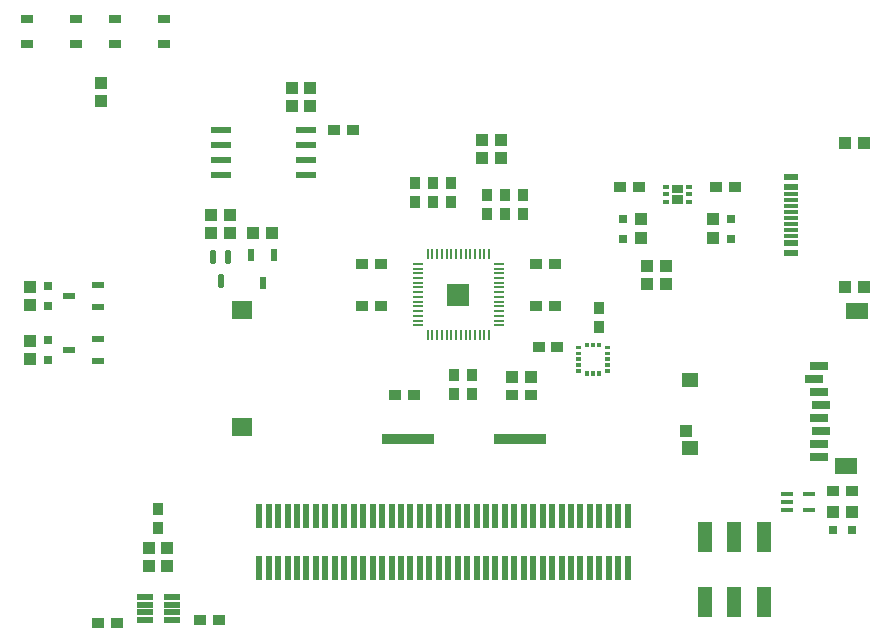
<source format=gtp>
G04*
G04 #@! TF.GenerationSoftware,Altium Limited,Altium Designer,24.2.2 (26)*
G04*
G04 Layer_Color=8421504*
%FSLAX44Y44*%
%MOMM*%
G71*
G04*
G04 #@! TF.SameCoordinates,F7EBB540-B4CE-4F1F-BB4A-EDFB59B12267*
G04*
G04*
G04 #@! TF.FilePolarity,Positive*
G04*
G01*
G75*
%ADD15R,1.1500X0.6000*%
%ADD16R,1.1500X0.3000*%
%ADD17R,1.0000X1.0500*%
%ADD18R,1.0500X1.0000*%
%ADD19R,1.7000X1.5000*%
%ADD20R,0.6000X1.0000*%
%ADD21R,1.1176X0.3556*%
%ADD22R,1.0000X0.9500*%
%ADD23R,0.8000X0.8000*%
%ADD24R,1.9000X1.4000*%
%ADD25R,1.4000X1.2000*%
%ADD26R,1.0400X1.0000*%
%ADD27R,1.5000X0.8000*%
%ADD28R,1.4000X1.3000*%
%ADD29R,4.4480X0.9682*%
%ADD30R,0.9500X1.0000*%
G04:AMPARAMS|DCode=31|XSize=1.15mm|YSize=0.5mm|CornerRadius=0.0625mm|HoleSize=0mm|Usage=FLASHONLY|Rotation=270.000|XOffset=0mm|YOffset=0mm|HoleType=Round|Shape=RoundedRectangle|*
%AMROUNDEDRECTD31*
21,1,1.1500,0.3750,0,0,270.0*
21,1,1.0250,0.5000,0,0,270.0*
1,1,0.1250,-0.1875,-0.5125*
1,1,0.1250,-0.1875,0.5125*
1,1,0.1250,0.1875,0.5125*
1,1,0.1250,0.1875,-0.5125*
%
%ADD31ROUNDEDRECTD31*%
G04:AMPARAMS|DCode=32|XSize=1.37mm|YSize=0.48mm|CornerRadius=0.024mm|HoleSize=0mm|Usage=FLASHONLY|Rotation=0.000|XOffset=0mm|YOffset=0mm|HoleType=Round|Shape=RoundedRectangle|*
%AMROUNDEDRECTD32*
21,1,1.3700,0.4320,0,0,0.0*
21,1,1.3220,0.4800,0,0,0.0*
1,1,0.0480,0.6610,-0.2160*
1,1,0.0480,-0.6610,-0.2160*
1,1,0.0480,-0.6610,0.2160*
1,1,0.0480,0.6610,0.2160*
%
%ADD32ROUNDEDRECTD32*%
%ADD33R,1.2000X2.5000*%
%ADD34R,0.8000X0.8000*%
G04:AMPARAMS|DCode=35|XSize=0.45mm|YSize=0.3mm|CornerRadius=0.0075mm|HoleSize=0mm|Usage=FLASHONLY|Rotation=0.000|XOffset=0mm|YOffset=0mm|HoleType=Round|Shape=RoundedRectangle|*
%AMROUNDEDRECTD35*
21,1,0.4500,0.2850,0,0,0.0*
21,1,0.4350,0.3000,0,0,0.0*
1,1,0.0150,0.2175,-0.1425*
1,1,0.0150,-0.2175,-0.1425*
1,1,0.0150,-0.2175,0.1425*
1,1,0.0150,0.2175,0.1425*
%
%ADD35ROUNDEDRECTD35*%
%ADD36R,1.0500X0.6500*%
%ADD37R,1.9600X1.9600*%
G04:AMPARAMS|DCode=38|XSize=0.84mm|YSize=0.2mm|CornerRadius=0.025mm|HoleSize=0mm|Usage=FLASHONLY|Rotation=0.000|XOffset=0mm|YOffset=0mm|HoleType=Round|Shape=RoundedRectangle|*
%AMROUNDEDRECTD38*
21,1,0.8400,0.1500,0,0,0.0*
21,1,0.7900,0.2000,0,0,0.0*
1,1,0.0500,0.3950,-0.0750*
1,1,0.0500,-0.3950,-0.0750*
1,1,0.0500,-0.3950,0.0750*
1,1,0.0500,0.3950,0.0750*
%
%ADD38ROUNDEDRECTD38*%
G04:AMPARAMS|DCode=39|XSize=0.2mm|YSize=0.84mm|CornerRadius=0.025mm|HoleSize=0mm|Usage=FLASHONLY|Rotation=0.000|XOffset=0mm|YOffset=0mm|HoleType=Round|Shape=RoundedRectangle|*
%AMROUNDEDRECTD39*
21,1,0.2000,0.7900,0,0,0.0*
21,1,0.1500,0.8400,0,0,0.0*
1,1,0.0500,0.0750,-0.3950*
1,1,0.0500,-0.0750,-0.3950*
1,1,0.0500,-0.0750,0.3950*
1,1,0.0500,0.0750,0.3950*
%
%ADD39ROUNDEDRECTD39*%
G04:AMPARAMS|DCode=40|XSize=1.61mm|YSize=0.58mm|CornerRadius=0.0725mm|HoleSize=0mm|Usage=FLASHONLY|Rotation=0.000|XOffset=0mm|YOffset=0mm|HoleType=Round|Shape=RoundedRectangle|*
%AMROUNDEDRECTD40*
21,1,1.6100,0.4350,0,0,0.0*
21,1,1.4650,0.5800,0,0,0.0*
1,1,0.1450,0.7325,-0.2175*
1,1,0.1450,-0.7325,-0.2175*
1,1,0.1450,-0.7325,0.2175*
1,1,0.1450,0.7325,0.2175*
%
%ADD40ROUNDEDRECTD40*%
%ADD41R,1.0000X0.6000*%
%ADD42R,0.5000X2.0000*%
G36*
X446300Y194260D02*
X442700D01*
Y197060D01*
X446300D01*
Y194260D01*
D02*
G37*
G36*
X453150Y191610D02*
X450350D01*
Y195210D01*
X453150D01*
Y191610D01*
D02*
G37*
G36*
X446300Y199260D02*
X442700D01*
Y202060D01*
X446300D01*
Y199260D01*
D02*
G37*
G36*
Y204260D02*
X442700D01*
Y207060D01*
X446300D01*
Y204260D01*
D02*
G37*
G36*
X458150Y191610D02*
X455350D01*
Y195210D01*
X458150D01*
Y191610D01*
D02*
G37*
G36*
X463150D02*
X460350D01*
Y195210D01*
X463150D01*
Y191610D01*
D02*
G37*
G36*
X470800Y194260D02*
X467200D01*
Y197060D01*
X470800D01*
Y194260D01*
D02*
G37*
G36*
Y199260D02*
X467200D01*
Y202060D01*
X470800D01*
Y199260D01*
D02*
G37*
G36*
Y204260D02*
X467200D01*
Y207060D01*
X470800D01*
Y204260D01*
D02*
G37*
G36*
X533320Y346250D02*
X523320D01*
Y353250D01*
X533320D01*
Y346250D01*
D02*
G37*
G36*
Y337250D02*
X523320D01*
Y344250D01*
X533320D01*
Y337250D01*
D02*
G37*
G36*
X463150Y216110D02*
X460350D01*
Y219710D01*
X463150D01*
Y216110D01*
D02*
G37*
G36*
X458150D02*
X455350D01*
Y219710D01*
X458150D01*
Y216110D01*
D02*
G37*
G36*
X453150D02*
X450350D01*
Y219710D01*
X453150D01*
Y216110D01*
D02*
G37*
G36*
X470800Y214260D02*
X467200D01*
Y217060D01*
X470800D01*
Y214260D01*
D02*
G37*
G36*
X446300D02*
X442700D01*
Y217060D01*
X446300D01*
Y214260D01*
D02*
G37*
G36*
X470800Y209260D02*
X467200D01*
Y212060D01*
X470800D01*
Y209260D01*
D02*
G37*
G36*
X446300D02*
X442700D01*
Y212060D01*
X446300D01*
Y209260D01*
D02*
G37*
D15*
X624840Y295700D02*
D03*
Y359700D02*
D03*
Y303700D02*
D03*
Y351700D02*
D03*
D16*
Y330200D02*
D03*
Y325200D02*
D03*
Y335200D02*
D03*
Y340200D02*
D03*
Y345200D02*
D03*
Y320200D02*
D03*
Y315200D02*
D03*
Y310200D02*
D03*
D17*
X497840Y324040D02*
D03*
Y308040D02*
D03*
X558800Y324040D02*
D03*
Y308040D02*
D03*
X40640Y423800D02*
D03*
X40640Y439800D02*
D03*
X81280Y46100D02*
D03*
Y30100D02*
D03*
X-20240Y205360D02*
D03*
Y221360D02*
D03*
Y251080D02*
D03*
Y267080D02*
D03*
X96520Y30100D02*
D03*
Y46100D02*
D03*
D18*
X378840Y375920D02*
D03*
X362840D02*
D03*
X378840Y391160D02*
D03*
X362840D02*
D03*
X169038Y312420D02*
D03*
X185038D02*
D03*
X149478Y327660D02*
D03*
X133478D02*
D03*
X149478Y312420D02*
D03*
X133478Y312420D02*
D03*
X670310Y266620D02*
D03*
X686310D02*
D03*
X518540Y284480D02*
D03*
X502540D02*
D03*
X518540Y269240D02*
D03*
X502540D02*
D03*
X660020Y76200D02*
D03*
X676020D02*
D03*
X670560Y388540D02*
D03*
X686560D02*
D03*
X201550Y420370D02*
D03*
X217550D02*
D03*
Y435610D02*
D03*
X201550D02*
D03*
X388240Y190500D02*
D03*
X404240D02*
D03*
D19*
X159258Y247620D02*
D03*
Y148620D02*
D03*
D20*
X177038Y269940D02*
D03*
X167538Y293940D02*
D03*
X186538D02*
D03*
D21*
X640080Y91440D02*
D03*
Y78232D02*
D03*
X620776D02*
D03*
Y84836D02*
D03*
Y91440D02*
D03*
D22*
X660020Y93980D02*
D03*
X676020D02*
D03*
X576960Y351750D02*
D03*
X560960D02*
D03*
X289180Y175260D02*
D03*
X305180D02*
D03*
X410720Y215660D02*
D03*
X426720D02*
D03*
X424560Y286350D02*
D03*
X408560D02*
D03*
X37720Y-17780D02*
D03*
X53720D02*
D03*
X140080Y-15240D02*
D03*
X124080D02*
D03*
X253490Y400050D02*
D03*
X237490D02*
D03*
X479680Y351750D02*
D03*
X495680D02*
D03*
X424560Y250350D02*
D03*
X408560D02*
D03*
X261240D02*
D03*
X277240D02*
D03*
X261240Y286350D02*
D03*
X277240D02*
D03*
X404240Y175260D02*
D03*
X388240D02*
D03*
D23*
X482600Y324290D02*
D03*
Y307790D02*
D03*
X574040Y324290D02*
D03*
Y307790D02*
D03*
X-5000Y205110D02*
D03*
Y221610D02*
D03*
X-5000Y250830D02*
D03*
Y267330D02*
D03*
D24*
X680720Y246380D02*
D03*
X670720Y114880D02*
D03*
D25*
X539220Y130280D02*
D03*
D26*
X535520Y144780D02*
D03*
D27*
X647820Y177680D02*
D03*
Y155680D02*
D03*
Y133680D02*
D03*
Y122680D02*
D03*
Y199680D02*
D03*
X643820Y188680D02*
D03*
X649820Y166680D02*
D03*
Y144680D02*
D03*
D28*
X539220Y187780D02*
D03*
D29*
X299974Y138430D02*
D03*
X394970D02*
D03*
D30*
X339090Y176150D02*
D03*
Y192150D02*
D03*
X354330Y176150D02*
D03*
Y192150D02*
D03*
X461750Y249060D02*
D03*
Y233060D02*
D03*
X397510Y344550D02*
D03*
Y328550D02*
D03*
X382270Y344550D02*
D03*
Y328550D02*
D03*
X367030Y344550D02*
D03*
Y328550D02*
D03*
X306070Y354710D02*
D03*
Y338710D02*
D03*
X336550Y354710D02*
D03*
Y338710D02*
D03*
X321310Y354710D02*
D03*
Y338710D02*
D03*
X88830Y62410D02*
D03*
Y78410D02*
D03*
D31*
X147978Y291740D02*
D03*
X134978D02*
D03*
X141478Y272140D02*
D03*
D32*
X100630Y4260D02*
D03*
Y-2240D02*
D03*
Y-8740D02*
D03*
Y-15240D02*
D03*
X77630D02*
D03*
Y-8740D02*
D03*
Y-2240D02*
D03*
Y4260D02*
D03*
D33*
X601580Y55440D02*
D03*
X576580D02*
D03*
X551580D02*
D03*
X601580Y440D02*
D03*
X576580D02*
D03*
X551580D02*
D03*
D34*
X659770Y60960D02*
D03*
X676270D02*
D03*
D35*
X538070Y351750D02*
D03*
Y345250D02*
D03*
Y338750D02*
D03*
X518570D02*
D03*
Y345250D02*
D03*
Y351750D02*
D03*
D36*
X19460Y472440D02*
D03*
X-22040Y472440D02*
D03*
X19460Y493940D02*
D03*
X-22040D02*
D03*
X93980Y472440D02*
D03*
X52480D02*
D03*
X93980Y493940D02*
D03*
X52480D02*
D03*
D37*
X342900Y260350D02*
D03*
D38*
X377250Y286350D02*
D03*
Y282350D02*
D03*
Y278350D02*
D03*
Y274350D02*
D03*
Y270350D02*
D03*
Y266350D02*
D03*
Y262350D02*
D03*
Y258350D02*
D03*
Y254350D02*
D03*
Y250350D02*
D03*
Y246350D02*
D03*
Y242350D02*
D03*
Y238350D02*
D03*
Y234350D02*
D03*
X308550D02*
D03*
Y238350D02*
D03*
Y242350D02*
D03*
Y246350D02*
D03*
Y250350D02*
D03*
Y254350D02*
D03*
Y258350D02*
D03*
Y262350D02*
D03*
Y266350D02*
D03*
Y270350D02*
D03*
Y274350D02*
D03*
Y278350D02*
D03*
Y282350D02*
D03*
Y286350D02*
D03*
D39*
X316900Y294700D02*
D03*
X320900D02*
D03*
X324900D02*
D03*
X328900D02*
D03*
X332900D02*
D03*
X336900D02*
D03*
X340900D02*
D03*
X344900D02*
D03*
X348900D02*
D03*
X352900D02*
D03*
X356900D02*
D03*
X360900D02*
D03*
X364900D02*
D03*
X368900D02*
D03*
Y226000D02*
D03*
X364900D02*
D03*
X360900D02*
D03*
X356900D02*
D03*
X352900D02*
D03*
X348900D02*
D03*
X344900D02*
D03*
X340900D02*
D03*
X336900D02*
D03*
X332900D02*
D03*
X328900D02*
D03*
X324900D02*
D03*
X320900D02*
D03*
X316900D02*
D03*
D40*
X213850Y400050D02*
D03*
X213850Y387350D02*
D03*
Y374650D02*
D03*
X213850Y361950D02*
D03*
X141750D02*
D03*
X141750Y374650D02*
D03*
Y387350D02*
D03*
X141750Y400050D02*
D03*
D41*
X13480Y213360D02*
D03*
X37480Y222860D02*
D03*
Y203860D02*
D03*
X13480Y259080D02*
D03*
X37480Y268580D02*
D03*
Y249580D02*
D03*
D42*
X174200Y72800D02*
D03*
Y28800D02*
D03*
X182200Y72800D02*
D03*
Y28800D02*
D03*
X190200Y72800D02*
D03*
Y28800D02*
D03*
X198200Y72800D02*
D03*
Y28800D02*
D03*
X206200Y72800D02*
D03*
Y28800D02*
D03*
X214200Y72800D02*
D03*
Y28800D02*
D03*
X222200Y72800D02*
D03*
Y28800D02*
D03*
X230200Y72800D02*
D03*
Y28800D02*
D03*
X238200Y72800D02*
D03*
Y28800D02*
D03*
X246200Y72800D02*
D03*
Y28800D02*
D03*
X254200Y72800D02*
D03*
Y28800D02*
D03*
X262200Y72800D02*
D03*
Y28800D02*
D03*
X270200Y72800D02*
D03*
Y28800D02*
D03*
X278200Y72800D02*
D03*
Y28800D02*
D03*
X286200Y72800D02*
D03*
Y28800D02*
D03*
X294200Y72800D02*
D03*
Y28800D02*
D03*
X302200Y72800D02*
D03*
Y28800D02*
D03*
X310200Y72800D02*
D03*
Y28800D02*
D03*
X318200Y72800D02*
D03*
Y28800D02*
D03*
X326200Y72800D02*
D03*
Y28800D02*
D03*
X334200Y72800D02*
D03*
Y28800D02*
D03*
X342200Y72800D02*
D03*
Y28800D02*
D03*
X350200Y72800D02*
D03*
Y28800D02*
D03*
X358200Y72800D02*
D03*
Y28800D02*
D03*
X366200Y72800D02*
D03*
Y28800D02*
D03*
X374200Y72800D02*
D03*
Y28800D02*
D03*
X382200Y72800D02*
D03*
Y28800D02*
D03*
X390200Y72800D02*
D03*
Y28800D02*
D03*
X398200Y72800D02*
D03*
Y28800D02*
D03*
X406200Y72800D02*
D03*
Y28800D02*
D03*
X414200Y72800D02*
D03*
Y28800D02*
D03*
X422200Y72800D02*
D03*
Y28800D02*
D03*
X430200Y72800D02*
D03*
Y28800D02*
D03*
X438200Y72800D02*
D03*
Y28800D02*
D03*
X446200Y72800D02*
D03*
Y28800D02*
D03*
X454200Y72800D02*
D03*
Y28800D02*
D03*
X462200Y72800D02*
D03*
Y28800D02*
D03*
X470200Y72800D02*
D03*
Y28800D02*
D03*
X478200Y72800D02*
D03*
Y28800D02*
D03*
X486200Y72800D02*
D03*
Y28800D02*
D03*
M02*

</source>
